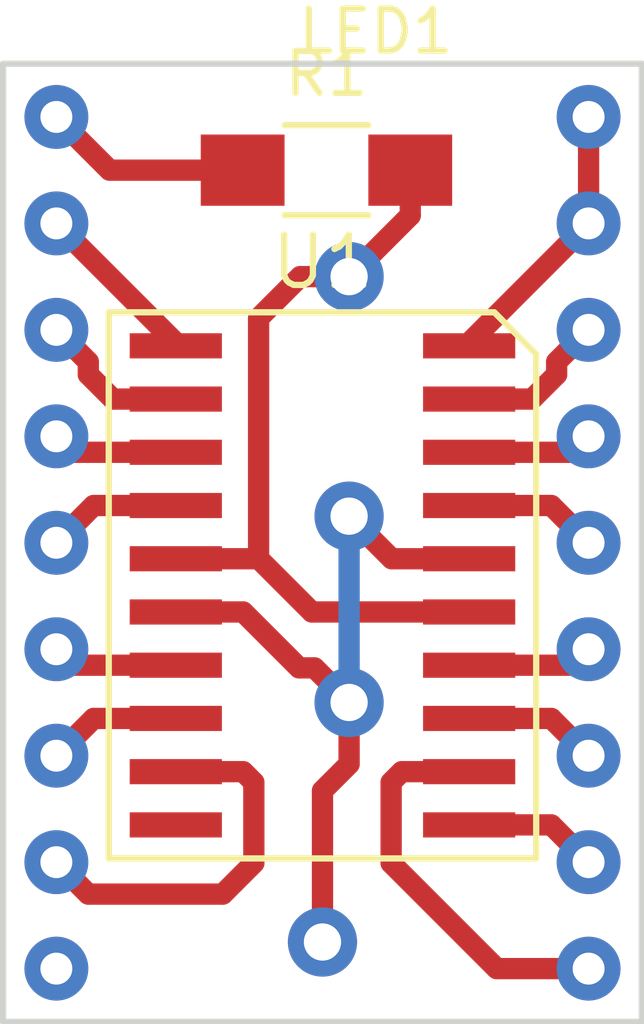
<source format=kicad_pcb>
(kicad_pcb (version 4) (host pcbnew 4.0.5)

  (general
    (links 20)
    (no_connects 1)
    (area 156.134999 102.357 171.525001 128.524002)
    (thickness 1.6)
    (drawings 4)
    (tracks 67)
    (zones 0)
    (modules 3)
    (nets 21)
  )

  (page A4)
  (layers
    (0 F.Cu signal)
    (31 B.Cu signal)
    (32 B.Adhes user hide)
    (33 F.Adhes user hide)
    (34 B.Paste user hide)
    (35 F.Paste user hide)
    (36 B.SilkS user hide)
    (37 F.SilkS user hide)
    (38 B.Mask user hide)
    (39 F.Mask user hide)
    (40 Dwgs.User user hide)
    (41 Cmts.User user hide)
    (42 Eco1.User user hide)
    (43 Eco2.User user hide)
    (44 Edge.Cuts user)
    (45 Margin user hide)
    (46 B.CrtYd user hide)
    (47 F.CrtYd user hide)
    (48 B.Fab user hide)
    (49 F.Fab user hide)
  )

  (setup
    (last_trace_width 0.508)
    (trace_clearance 0.508)
    (zone_clearance 0.508)
    (zone_45_only no)
    (trace_min 0.2)
    (segment_width 0.2)
    (edge_width 0.15)
    (via_size 1.651)
    (via_drill 0.889)
    (via_min_size 0.4)
    (via_min_drill 0.3)
    (uvia_size 0.3)
    (uvia_drill 0.1)
    (uvias_allowed no)
    (uvia_min_size 0.2)
    (uvia_min_drill 0.1)
    (pcb_text_width 0.3)
    (pcb_text_size 1.5 1.5)
    (mod_edge_width 0.15)
    (mod_text_size 1 1)
    (mod_text_width 0.15)
    (pad_size 1.524 1.524)
    (pad_drill 0.762)
    (pad_to_mask_clearance 0.2)
    (aux_axis_origin 157.48 106.68)
    (grid_origin 157.48 106.68)
    (visible_elements FFFFFF7F)
    (pcbplotparams
      (layerselection 0x01000_00000001)
      (usegerberextensions false)
      (excludeedgelayer true)
      (linewidth 0.100000)
      (plotframeref false)
      (viasonmask false)
      (mode 1)
      (useauxorigin false)
      (hpglpennumber 1)
      (hpglpenspeed 20)
      (hpglpendiameter 15)
      (hpglpenoverlay 2)
      (psnegative false)
      (psa4output false)
      (plotreference false)
      (plotvalue false)
      (plotinvisibletext false)
      (padsonsilk false)
      (subtractmaskfromsilk false)
      (outputformat 1)
      (mirror false)
      (drillshape 0)
      (scaleselection 1)
      (outputdirectory gerbers/))
  )

  (net 0 "")
  (net 1 "Net-(LED1-Pad1)")
  (net 2 "Net-(LED1-Pad3)")
  (net 3 "Net-(LED1-Pad4)")
  (net 4 "Net-(LED1-Pad5)")
  (net 5 "Net-(LED1-Pad6)")
  (net 6 "Net-(LED1-Pad7)")
  (net 7 "Net-(LED1-Pad8)")
  (net 8 "Net-(LED1-Pad9)")
  (net 9 "Net-(LED1-Pad10)")
  (net 10 "Net-(LED1-Pad11)")
  (net 11 "Net-(LED1-Pad12)")
  (net 12 "Net-(LED1-Pad13)")
  (net 13 "Net-(LED1-Pad14)")
  (net 14 "Net-(LED1-Pad15)")
  (net 15 "Net-(LED1-Pad16)")
  (net 16 "Net-(LED1-Pad17)")
  (net 17 "Net-(LED1-Pad18)")
  (net 18 +5V)
  (net 19 GND)
  (net 20 "Net-(U1-Pad10)")

  (net_class Default "This is the default net class."
    (clearance 0.508)
    (trace_width 0.508)
    (via_dia 1.651)
    (via_drill 0.889)
    (uvia_dia 0.3)
    (uvia_drill 0.1)
    (add_net +5V)
    (add_net GND)
    (add_net "Net-(LED1-Pad1)")
    (add_net "Net-(LED1-Pad10)")
    (add_net "Net-(LED1-Pad11)")
    (add_net "Net-(LED1-Pad12)")
    (add_net "Net-(LED1-Pad13)")
    (add_net "Net-(LED1-Pad14)")
    (add_net "Net-(LED1-Pad15)")
    (add_net "Net-(LED1-Pad16)")
    (add_net "Net-(LED1-Pad17)")
    (add_net "Net-(LED1-Pad18)")
    (add_net "Net-(LED1-Pad3)")
    (add_net "Net-(LED1-Pad4)")
    (add_net "Net-(LED1-Pad5)")
    (add_net "Net-(LED1-Pad6)")
    (add_net "Net-(LED1-Pad7)")
    (add_net "Net-(LED1-Pad8)")
    (add_net "Net-(LED1-Pad9)")
    (add_net "Net-(U1-Pad10)")
  )

  (module libs:DIP-18_Flipped_W12.7mm (layer F.Cu) (tedit 5861CBFA) (tstamp 58624332)
    (at 165.1 104.14)
    (path /5861C635)
    (fp_text reference LED1 (at 0 0.5) (layer F.SilkS)
      (effects (font (size 1 1) (thickness 0.15)))
    )
    (fp_text value LTP-587G (at 0 -0.5) (layer F.Fab)
      (effects (font (size 1 1) (thickness 0.15)))
    )
    (pad 1 thru_hole circle (at 5.08 2.54) (size 1.524 1.524) (drill 0.762) (layers *.Cu *.Mask)
      (net 1 "Net-(LED1-Pad1)"))
    (pad 2 thru_hole circle (at 5.08 5.08) (size 1.524 1.524) (drill 0.762) (layers *.Cu *.Mask)
      (net 1 "Net-(LED1-Pad1)"))
    (pad 3 thru_hole circle (at 5.08 7.62) (size 1.524 1.524) (drill 0.762) (layers *.Cu *.Mask)
      (net 2 "Net-(LED1-Pad3)"))
    (pad 4 thru_hole circle (at 5.08 10.16) (size 1.524 1.524) (drill 0.762) (layers *.Cu *.Mask)
      (net 3 "Net-(LED1-Pad4)"))
    (pad 5 thru_hole circle (at 5.08 12.7) (size 1.524 1.524) (drill 0.762) (layers *.Cu *.Mask)
      (net 4 "Net-(LED1-Pad5)"))
    (pad 6 thru_hole circle (at 5.08 15.24) (size 1.524 1.524) (drill 0.762) (layers *.Cu *.Mask)
      (net 5 "Net-(LED1-Pad6)"))
    (pad 7 thru_hole circle (at 5.08 17.78) (size 1.524 1.524) (drill 0.762) (layers *.Cu *.Mask)
      (net 6 "Net-(LED1-Pad7)"))
    (pad 8 thru_hole circle (at 5.08 20.32) (size 1.524 1.524) (drill 0.762) (layers *.Cu *.Mask)
      (net 7 "Net-(LED1-Pad8)"))
    (pad 9 thru_hole circle (at 5.08 22.86) (size 1.524 1.524) (drill 0.762) (layers *.Cu *.Mask)
      (net 8 "Net-(LED1-Pad9)"))
    (pad 10 thru_hole circle (at -7.62 22.86) (size 1.524 1.524) (drill 0.762) (layers *.Cu *.Mask)
      (net 9 "Net-(LED1-Pad10)"))
    (pad 11 thru_hole circle (at -7.62 20.32) (size 1.524 1.524) (drill 0.762) (layers *.Cu *.Mask)
      (net 10 "Net-(LED1-Pad11)"))
    (pad 12 thru_hole circle (at -7.62 17.78) (size 1.524 1.524) (drill 0.762) (layers *.Cu *.Mask)
      (net 11 "Net-(LED1-Pad12)"))
    (pad 13 thru_hole circle (at -7.62 15.24) (size 1.524 1.524) (drill 0.762) (layers *.Cu *.Mask)
      (net 12 "Net-(LED1-Pad13)"))
    (pad 14 thru_hole circle (at -7.62 12.7) (size 1.524 1.524) (drill 0.762) (layers *.Cu *.Mask)
      (net 13 "Net-(LED1-Pad14)"))
    (pad 15 thru_hole circle (at -7.62 10.16) (size 1.524 1.524) (drill 0.762) (layers *.Cu *.Mask)
      (net 14 "Net-(LED1-Pad15)"))
    (pad 16 thru_hole circle (at -7.62 7.62) (size 1.524 1.524) (drill 0.762) (layers *.Cu *.Mask)
      (net 15 "Net-(LED1-Pad16)"))
    (pad 17 thru_hole circle (at -7.62 5.08) (size 1.524 1.524) (drill 0.762) (layers *.Cu *.Mask)
      (net 16 "Net-(LED1-Pad17)"))
    (pad 18 thru_hole circle (at -7.62 2.54) (size 1.524 1.524) (drill 0.762) (layers *.Cu *.Mask)
      (net 17 "Net-(LED1-Pad18)"))
  )

  (module Resistors_SMD:R_1206_HandSoldering (layer F.Cu) (tedit 58307C0D) (tstamp 58624342)
    (at 163.925 107.95)
    (descr "Resistor SMD 1206, hand soldering")
    (tags "resistor 1206")
    (path /5861C66A)
    (attr smd)
    (fp_text reference R1 (at 0 -2.3) (layer F.SilkS)
      (effects (font (size 1 1) (thickness 0.15)))
    )
    (fp_text value 68R (at 0 2.3) (layer F.Fab)
      (effects (font (size 1 1) (thickness 0.15)))
    )
    (fp_line (start -1.6 0.8) (end -1.6 -0.8) (layer F.Fab) (width 0.1))
    (fp_line (start 1.6 0.8) (end -1.6 0.8) (layer F.Fab) (width 0.1))
    (fp_line (start 1.6 -0.8) (end 1.6 0.8) (layer F.Fab) (width 0.1))
    (fp_line (start -1.6 -0.8) (end 1.6 -0.8) (layer F.Fab) (width 0.1))
    (fp_line (start -3.3 -1.2) (end 3.3 -1.2) (layer F.CrtYd) (width 0.05))
    (fp_line (start -3.3 1.2) (end 3.3 1.2) (layer F.CrtYd) (width 0.05))
    (fp_line (start -3.3 -1.2) (end -3.3 1.2) (layer F.CrtYd) (width 0.05))
    (fp_line (start 3.3 -1.2) (end 3.3 1.2) (layer F.CrtYd) (width 0.05))
    (fp_line (start 1 1.075) (end -1 1.075) (layer F.SilkS) (width 0.15))
    (fp_line (start -1 -1.075) (end 1 -1.075) (layer F.SilkS) (width 0.15))
    (pad 1 smd rect (at -2 0) (size 2 1.7) (layers F.Cu F.Paste F.Mask)
      (net 17 "Net-(LED1-Pad18)"))
    (pad 2 smd rect (at 2 0) (size 2 1.7) (layers F.Cu F.Paste F.Mask)
      (net 18 +5V))
    (model Resistors_SMD.3dshapes/R_1206_HandSoldering.wrl
      (at (xyz 0 0 0))
      (scale (xyz 1 1 1))
      (rotate (xyz 0 0 0))
    )
  )

  (module libs:SOIC-20W_7x12.8mm_Pitch1.27mm (layer F.Cu) (tedit 0) (tstamp 5862435F)
    (at 163.83 117.856 270)
    (path /5861B9CC)
    (fp_text reference U1 (at -7.715 0 360) (layer F.SilkS)
      (effects (font (size 1.2 1.2) (thickness 0.15)))
    )
    (fp_text value ATTINY461A-S (at 0 0 270) (layer F.Fab)
      (effects (font (size 1.2 1.2) (thickness 0.15)))
    )
    (fp_line (start -5.515 -5.1) (end -6.515 -4.1) (layer F.SilkS) (width 0.15))
    (fp_line (start -6.515 -4.1) (end -6.515 5.1) (layer F.SilkS) (width 0.15))
    (fp_line (start -6.515 5.1) (end 6.515 5.1) (layer F.SilkS) (width 0.15))
    (fp_line (start 6.515 5.1) (end 6.515 -5.1) (layer F.SilkS) (width 0.15))
    (fp_line (start 6.515 -5.1) (end -5.515 -5.1) (layer F.SilkS) (width 0.15))
    (pad 20 smd rect (at -5.715 -3.5 270) (size 0.6 2.2) (layers F.Cu F.Paste F.Mask)
      (net 1 "Net-(LED1-Pad1)"))
    (pad 1 smd rect (at -5.715 3.5 270) (size 0.6 2.2) (layers F.Cu F.Paste F.Mask)
      (net 16 "Net-(LED1-Pad17)"))
    (pad 19 smd rect (at -4.445 -3.5 270) (size 0.6 2.2) (layers F.Cu F.Paste F.Mask)
      (net 2 "Net-(LED1-Pad3)"))
    (pad 2 smd rect (at -4.445 3.5 270) (size 0.6 2.2) (layers F.Cu F.Paste F.Mask)
      (net 15 "Net-(LED1-Pad16)"))
    (pad 18 smd rect (at -3.175 -3.5 270) (size 0.6 2.2) (layers F.Cu F.Paste F.Mask)
      (net 3 "Net-(LED1-Pad4)"))
    (pad 3 smd rect (at -3.175 3.5 270) (size 0.6 2.2) (layers F.Cu F.Paste F.Mask)
      (net 14 "Net-(LED1-Pad15)"))
    (pad 17 smd rect (at -1.905 -3.5 270) (size 0.6 2.2) (layers F.Cu F.Paste F.Mask)
      (net 4 "Net-(LED1-Pad5)"))
    (pad 4 smd rect (at -1.905 3.5 270) (size 0.6 2.2) (layers F.Cu F.Paste F.Mask)
      (net 13 "Net-(LED1-Pad14)"))
    (pad 16 smd rect (at -0.635 -3.5 270) (size 0.6 2.2) (layers F.Cu F.Paste F.Mask)
      (net 19 GND))
    (pad 5 smd rect (at -0.635 3.5 270) (size 0.6 2.2) (layers F.Cu F.Paste F.Mask)
      (net 18 +5V))
    (pad 15 smd rect (at 0.635 -3.5 270) (size 0.6 2.2) (layers F.Cu F.Paste F.Mask)
      (net 18 +5V))
    (pad 6 smd rect (at 0.635 3.5 270) (size 0.6 2.2) (layers F.Cu F.Paste F.Mask)
      (net 19 GND))
    (pad 14 smd rect (at 1.905 -3.5 270) (size 0.6 2.2) (layers F.Cu F.Paste F.Mask)
      (net 5 "Net-(LED1-Pad6)"))
    (pad 7 smd rect (at 1.905 3.5 270) (size 0.6 2.2) (layers F.Cu F.Paste F.Mask)
      (net 12 "Net-(LED1-Pad13)"))
    (pad 13 smd rect (at 3.175 -3.5 270) (size 0.6 2.2) (layers F.Cu F.Paste F.Mask)
      (net 6 "Net-(LED1-Pad7)"))
    (pad 8 smd rect (at 3.175 3.5 270) (size 0.6 2.2) (layers F.Cu F.Paste F.Mask)
      (net 11 "Net-(LED1-Pad12)"))
    (pad 12 smd rect (at 4.445 -3.5 270) (size 0.6 2.2) (layers F.Cu F.Paste F.Mask)
      (net 8 "Net-(LED1-Pad9)"))
    (pad 9 smd rect (at 4.445 3.5 270) (size 0.6 2.2) (layers F.Cu F.Paste F.Mask)
      (net 10 "Net-(LED1-Pad11)"))
    (pad 11 smd rect (at 5.715 -3.5 270) (size 0.6 2.2) (layers F.Cu F.Paste F.Mask)
      (net 7 "Net-(LED1-Pad8)"))
    (pad 10 smd rect (at 5.715 3.5 270) (size 0.6 2.2) (layers F.Cu F.Paste F.Mask)
      (net 20 "Net-(U1-Pad10)"))
  )

  (gr_line (start 156.21 128.27) (end 156.21 105.41) (layer Edge.Cuts) (width 0.15))
  (gr_line (start 171.45 128.27) (end 156.21 128.27) (layer Edge.Cuts) (width 0.15))
  (gr_line (start 171.45 105.41) (end 171.45 128.27) (layer Edge.Cuts) (width 0.15))
  (gr_line (start 156.21 105.41) (end 171.45 105.41) (layer Edge.Cuts) (width 0.15))

  (segment (start 170.18 109.22) (end 170.18 106.68) (width 0.508) (layer F.Cu) (net 1))
  (segment (start 167.33 112.141) (end 167.33 112.07) (width 0.508) (layer F.Cu) (net 1))
  (segment (start 167.33 112.07) (end 170.18 109.22) (width 0.508) (layer F.Cu) (net 1))
  (segment (start 167.33 113.411) (end 168.831602 113.411) (width 0.508) (layer F.Cu) (net 2))
  (segment (start 169.418001 112.521999) (end 170.18 111.76) (width 0.508) (layer F.Cu) (net 2))
  (segment (start 168.831602 113.411) (end 169.418001 112.824601) (width 0.508) (layer F.Cu) (net 2))
  (segment (start 169.418001 112.824601) (end 169.418001 112.521999) (width 0.508) (layer F.Cu) (net 2))
  (segment (start 167.33 114.681) (end 169.799 114.681) (width 0.508) (layer F.Cu) (net 3))
  (segment (start 169.799 114.681) (end 170.18 114.3) (width 0.508) (layer F.Cu) (net 3))
  (segment (start 167.33 115.951) (end 169.291 115.951) (width 0.508) (layer F.Cu) (net 4))
  (segment (start 169.291 115.951) (end 170.18 116.84) (width 0.508) (layer F.Cu) (net 4))
  (segment (start 167.33 119.761) (end 169.799 119.761) (width 0.508) (layer F.Cu) (net 5))
  (segment (start 169.799 119.761) (end 170.18 119.38) (width 0.508) (layer F.Cu) (net 5))
  (segment (start 167.33 121.031) (end 169.291 121.031) (width 0.508) (layer F.Cu) (net 6))
  (segment (start 169.291 121.031) (end 170.18 121.92) (width 0.508) (layer F.Cu) (net 6))
  (segment (start 167.33 123.571) (end 169.291 123.571) (width 0.508) (layer F.Cu) (net 7))
  (segment (start 169.291 123.571) (end 170.18 124.46) (width 0.508) (layer F.Cu) (net 7))
  (segment (start 167.33 122.301) (end 165.722 122.301) (width 0.508) (layer F.Cu) (net 8))
  (segment (start 165.722 122.301) (end 165.467999 122.555001) (width 0.508) (layer F.Cu) (net 8))
  (segment (start 165.467999 122.555001) (end 165.467999 124.480601) (width 0.508) (layer F.Cu) (net 8))
  (segment (start 165.467999 124.480601) (end 167.987398 127) (width 0.508) (layer F.Cu) (net 8))
  (segment (start 167.987398 127) (end 169.10237 127) (width 0.508) (layer F.Cu) (net 8))
  (segment (start 169.10237 127) (end 170.18 127) (width 0.508) (layer F.Cu) (net 8))
  (segment (start 160.33 122.301) (end 161.938 122.301) (width 0.508) (layer F.Cu) (net 10))
  (segment (start 161.938 122.301) (end 162.192001 122.555001) (width 0.508) (layer F.Cu) (net 10))
  (segment (start 162.192001 122.555001) (end 162.192001 124.480601) (width 0.508) (layer F.Cu) (net 10))
  (segment (start 162.192001 124.480601) (end 161.450603 125.221999) (width 0.508) (layer F.Cu) (net 10))
  (segment (start 161.450603 125.221999) (end 158.241999 125.221999) (width 0.508) (layer F.Cu) (net 10))
  (segment (start 158.241999 125.221999) (end 157.48 124.46) (width 0.508) (layer F.Cu) (net 10))
  (segment (start 160.33 121.031) (end 158.369 121.031) (width 0.508) (layer F.Cu) (net 11))
  (segment (start 158.369 121.031) (end 157.48 121.92) (width 0.508) (layer F.Cu) (net 11))
  (segment (start 160.33 119.761) (end 157.861 119.761) (width 0.508) (layer F.Cu) (net 12))
  (segment (start 157.861 119.761) (end 157.48 119.38) (width 0.508) (layer F.Cu) (net 12))
  (segment (start 160.33 115.951) (end 158.369 115.951) (width 0.508) (layer F.Cu) (net 13))
  (segment (start 158.369 115.951) (end 157.48 116.84) (width 0.508) (layer F.Cu) (net 13))
  (segment (start 160.33 114.681) (end 157.861 114.681) (width 0.508) (layer F.Cu) (net 14))
  (segment (start 157.861 114.681) (end 157.48 114.3) (width 0.508) (layer F.Cu) (net 14))
  (segment (start 160.33 113.411) (end 158.828398 113.411) (width 0.508) (layer F.Cu) (net 15))
  (segment (start 158.828398 113.411) (end 158.241999 112.824601) (width 0.508) (layer F.Cu) (net 15))
  (segment (start 158.241999 112.824601) (end 158.241999 112.521999) (width 0.508) (layer F.Cu) (net 15))
  (segment (start 158.241999 112.521999) (end 157.48 111.76) (width 0.508) (layer F.Cu) (net 15))
  (segment (start 160.33 112.141) (end 160.33 112.07) (width 0.508) (layer F.Cu) (net 16))
  (segment (start 160.33 112.07) (end 157.48 109.22) (width 0.508) (layer F.Cu) (net 16))
  (segment (start 161.925 107.95) (end 158.75 107.95) (width 0.508) (layer F.Cu) (net 17))
  (segment (start 158.75 107.95) (end 157.48 106.68) (width 0.508) (layer F.Cu) (net 17))
  (segment (start 164.465 110.49) (end 163.297567 110.49) (width 0.508) (layer F.Cu) (net 18))
  (segment (start 163.297567 110.49) (end 162.306 111.481567) (width 0.508) (layer F.Cu) (net 18))
  (segment (start 162.306 111.481567) (end 162.306 117.221) (width 0.508) (layer F.Cu) (net 18))
  (segment (start 165.925 107.95) (end 165.925 109.03) (width 0.508) (layer F.Cu) (net 18))
  (segment (start 165.925 109.03) (end 164.465 110.49) (width 0.508) (layer F.Cu) (net 18))
  (via (at 164.465 110.49) (size 1.651) (drill 0.889) (layers F.Cu B.Cu) (net 18))
  (segment (start 162.306 117.221) (end 163.576 118.491) (width 0.508) (layer F.Cu) (net 18))
  (segment (start 163.576 118.491) (end 167.33 118.491) (width 0.508) (layer F.Cu) (net 18))
  (segment (start 160.33 117.221) (end 162.306 117.221) (width 0.508) (layer F.Cu) (net 18))
  (segment (start 164.465 120.65) (end 164.465 122.121145) (width 0.508) (layer F.Cu) (net 19))
  (segment (start 164.465 122.121145) (end 163.83 122.756145) (width 0.508) (layer F.Cu) (net 19))
  (segment (start 163.83 122.756145) (end 163.83 126.365) (width 0.508) (layer F.Cu) (net 19))
  (via (at 163.83 126.365) (size 1.651) (drill 0.889) (layers F.Cu B.Cu) (net 19))
  (segment (start 160.33 118.491) (end 161.938 118.491) (width 0.508) (layer F.Cu) (net 19))
  (segment (start 161.938 118.491) (end 163.271501 119.824501) (width 0.508) (layer F.Cu) (net 19))
  (segment (start 163.271501 119.824501) (end 163.639501 119.824501) (width 0.508) (layer F.Cu) (net 19))
  (segment (start 163.639501 119.824501) (end 164.465 120.65) (width 0.508) (layer F.Cu) (net 19))
  (segment (start 164.465 116.205) (end 164.465 120.65) (width 0.508) (layer B.Cu) (net 19))
  (via (at 164.465 120.65) (size 1.651) (drill 0.889) (layers F.Cu B.Cu) (net 19))
  (segment (start 167.33 117.221) (end 165.481 117.221) (width 0.508) (layer F.Cu) (net 19))
  (segment (start 165.481 117.221) (end 164.465 116.205) (width 0.508) (layer F.Cu) (net 19))
  (via (at 164.465 116.205) (size 1.651) (drill 0.889) (layers F.Cu B.Cu) (net 19))

)

</source>
